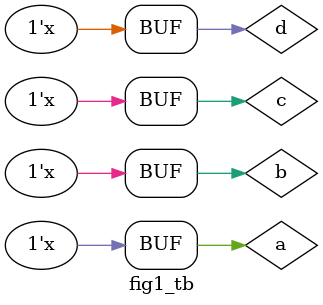
<source format=v>
module fig1(y,a,b,c,d);
        output y;
        input a,b,c,d;
        wire w1,w2;
        and x1(w1,a,b);
        and x2(w2,c,d);
        xor x3(y,w1,w2);
        endmodule
        
        module fig1_tb;
          wire y;
        reg a,b,c,d;
           fig1 i_fig1(y,a,b,c,d);
initial
  begin
  a ='b0;
  b ='b0;
  c ='b0;
  d ='b0;
  
end
 always #20 a=~a;
 always #30 b=~b;
 always #40 c=~c;
 always #50 d=~d;
  
         endmodule
          
</source>
